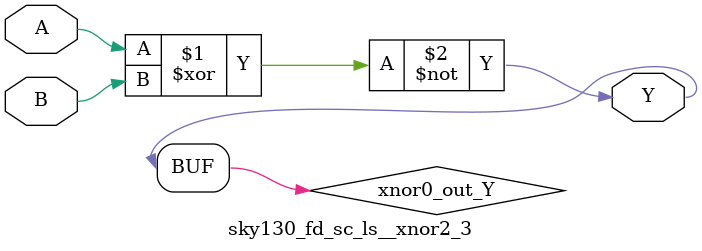
<source format=v>
module sky130_fd_sc_ls__xnor2_3 (
    Y,
    A,
    B
);
    output Y;
    input  A;
    input  B;
    wire xnor0_out_Y;
    xnor xnor0 (xnor0_out_Y, A, B           );
    buf  buf0  (Y          , xnor0_out_Y    );
endmodule
</source>
